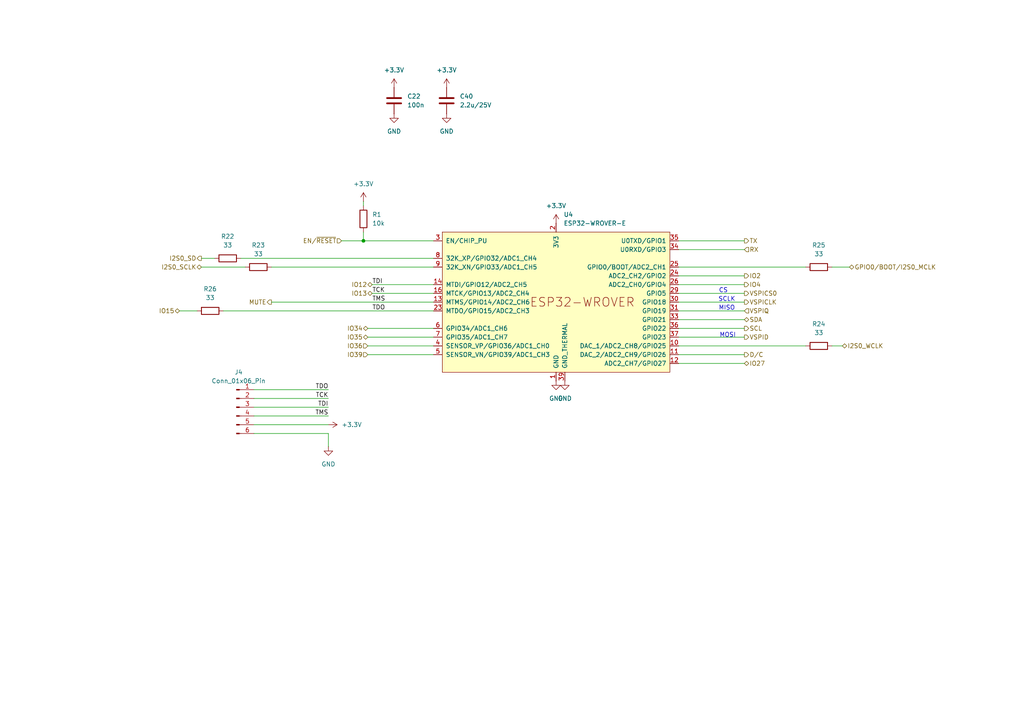
<source format=kicad_sch>
(kicad_sch (version 20231120) (generator "eeschema") (generator_version "8.0")
  (paper "A4")
  (lib_symbols
    (symbol "Connector:Conn_01x06_Pin" (pin_names (offset 1.016) hide)
      (property "Reference" "J" (at 0 7.62 0))
      (property "Value" "Conn_01x06_Pin" (at 0 -10.16 0))
      (symbol "Conn_01x06_Pin_1_1"
        (polyline (pts (xy 1.27 -7.62) (xy 0.8636 -7.62)) (stroke (width 0.1524)))
        (polyline (pts (xy 1.27 -5.08) (xy 0.8636 -5.08)) (stroke (width 0.1524)))
        (polyline (pts (xy 1.27 -2.54) (xy 0.8636 -2.54)) (stroke (width 0.1524)))
        (polyline (pts (xy 1.27 0) (xy 0.8636 0)) (stroke (width 0.1524)))
        (polyline (pts (xy 1.27 2.54) (xy 0.8636 2.54)) (stroke (width 0.1524)))
        (polyline (pts (xy 1.27 5.08) (xy 0.8636 5.08)) (stroke (width 0.1524)))
        (rectangle (start 0.8636 -7.493) (end 0 -7.747) (stroke (width 0.1524)) (fill (type outline)))
        (rectangle (start 0.8636 -4.953) (end 0 -5.207) (stroke (width 0.1524)) (fill (type outline)))
        (rectangle (start 0.8636 -2.413) (end 0 -2.667) (stroke (width 0.1524)) (fill (type outline)))
        (rectangle (start 0.8636 0.127) (end 0 -0.127) (stroke (width 0.1524)) (fill (type outline)))
        (rectangle (start 0.8636 2.667) (end 0 2.413) (stroke (width 0.1524)) (fill (type outline)))
        (rectangle (start 0.8636 5.207) (end 0 4.953) (stroke (width 0.1524)) (fill (type outline)))
        (pin passive line (at 5.08 5.08 180) (length 3.81) (name "Pin_1") (number "1"))
        (pin passive line (at 5.08 2.54 180) (length 3.81) (name "Pin_2") (number "2"))
        (pin passive line (at 5.08 0 180) (length 3.81) (name "Pin_3") (number "3"))
        (pin passive line (at 5.08 -2.54 180) (length 3.81) (name "Pin_4") (number "4"))
        (pin passive line (at 5.08 -5.08 180) (length 3.81) (name "Pin_5") (number "5"))
        (pin passive line (at 5.08 -7.62 180) (length 3.81) (name "Pin_6") (number "6"))
      )
    )
    (symbol "Device:C" (pin_numbers hide) (pin_names (offset 0.254))
      (property "Reference" "C" (at 0.635 2.54 0))
      (property "Value" "C" (at 0.635 -2.54 0))
      (symbol "C_0_1"
        (polyline (pts (xy -2.032 -0.762) (xy 2.032 -0.762)) (stroke (width 0.508)))
        (polyline (pts (xy -2.032 0.762) (xy 2.032 0.762)) (stroke (width 0.508)))
      )
      (symbol "C_1_1"
        (pin passive line (at 0 3.81 270) (length 2.794) (name "~") (number "1"))
        (pin passive line (at 0 -3.81 90) (length 2.794) (name "~") (number "2"))
      )
    )
    (symbol "Device:R" (pin_numbers hide) (pin_names (offset 0))
      (property "Reference" "R" (at 2.032 0 90))
      (property "Value" "R" (at 0 0 90))
      (symbol "R_0_1"
        (rectangle (start -1.016 -2.54) (end 1.016 2.54) (stroke (width 0.254)))
      )
      (symbol "R_1_1"
        (pin passive line (at 0 3.81 270) (length 1.27) (name "~") (number "1"))
        (pin passive line (at 0 -3.81 90) (length 1.27) (name "~") (number "2"))
      )
    )
    (symbol "esp32:ESP32-WROVER-E" (pin_names (offset 1.016))
      (property "Reference" "U" (at -30.48 25.4 0))
      (property "Value" "ESP32-WROVER-E" (at -30.48 22.86 0))
      (symbol "ESP32-WROVER-E_0_1"
        (rectangle (start -33.02 20.32) (end 33.02 -20.32) (fill (type background)))
      )
      (symbol "ESP32-WROVER-E_1_1"
        (text "ESP32-­WROVER" (at 7.62 0 0) (effects (font (size 2.54 2.54))))
        (pin power_in line (at 0 -22.86 90) (length 2.54) (name "GND") (number "1"))
        (pin bidirectional line (at 35.56 -12.7 180) (length 2.54) (name "DAC_1/ADC2_CH8/GPIO25") (number "10"))
        (pin bidirectional line (at 35.56 -15.24 180) (length 2.54) (name "DAC_2/ADC2_CH9/GPIO26") (number "11"))
        (pin bidirectional line (at 35.56 -17.78 180) (length 2.54) (name "ADC2_CH7/GPIO27") (number "12"))
        (pin bidirectional line (at -35.56 0 0) (length 2.54) (name "MTMS/GPIO14/ADC2_CH6") (number "13"))
        (pin bidirectional line (at -35.56 5.08 0) (length 2.54) (name "MTDI/GPIO12/ADC2_CH5") (number "14"))
        (pin passive line (at 0 -22.86 90) (length 2.54) hide (name "GND") (number "15"))
        (pin bidirectional line (at -35.56 2.54 0) (length 2.54) (name "MTCK/GPIO13/ADC2_CH4") (number "16"))
        (pin power_in line (at 0 22.86 270) (length 2.54) (name "3V3") (number "2"))
        (pin bidirectional line (at -35.56 -2.54 0) (length 2.54) (name "MTDO/GPIO15/ADC2_CH3") (number "23"))
        (pin bidirectional line (at 35.56 7.62 180) (length 2.54) (name "ADC2_CH2/GPIO2") (number "24"))
        (pin bidirectional line (at 35.56 10.16 180) (length 2.54) (name "GPIO0/BOOT/ADC2_CH1") (number "25"))
        (pin bidirectional line (at 35.56 5.08 180) (length 2.54) (name "ADC2_CH0/GPIO4") (number "26"))
        (pin bidirectional line (at 35.56 2.54 180) (length 2.54) (name "GPIO5") (number "29"))
        (pin input line (at -35.56 17.78 0) (length 2.54) (name "EN/CHIP_PU") (number "3"))
        (pin bidirectional line (at 35.56 0 180) (length 2.54) (name "GPIO18") (number "30"))
        (pin bidirectional line (at 35.56 -2.54 180) (length 2.54) (name "GPIO19") (number "31"))
        (pin bidirectional line (at 35.56 -5.08 180) (length 2.54) (name "GPIO21") (number "33"))
        (pin bidirectional line (at 35.56 15.24 180) (length 2.54) (name "U0RXD/GPIO3") (number "34"))
        (pin bidirectional line (at 35.56 17.78 180) (length 2.54) (name "U0TXD/GPIO1") (number "35"))
        (pin bidirectional line (at 35.56 -7.62 180) (length 2.54) (name "GPIO22") (number "36"))
        (pin bidirectional line (at 35.56 -10.16 180) (length 2.54) (name "GPIO23") (number "37"))
        (pin passive line (at 0 -22.86 90) (length 2.54) hide (name "GND") (number "38"))
        (pin power_in line (at 2.54 -22.86 90) (length 2.54) (name "GND_THERMAL") (number "39"))
        (pin input line (at -35.56 -12.7 0) (length 2.54) (name "SENSOR_VP/GPIO36/ADC1_CH0") (number "4"))
        (pin input line (at -35.56 -15.24 0) (length 2.54) (name "SENSOR_VN/GPIO39/ADC1_CH3") (number "5"))
        (pin input line (at -35.56 -7.62 0) (length 2.54) (name "GPIO34/ADC1_CH6") (number "6"))
        (pin input line (at -35.56 -10.16 0) (length 2.54) (name "GPIO35/ADC1_CH7") (number "7"))
        (pin bidirectional line (at -35.56 12.7 0) (length 2.54) (name "32K_XP/GPIO32/ADC1_CH4") (number "8"))
        (pin bidirectional line (at -35.56 10.16 0) (length 2.54) (name "32K_XN/GPIO33/ADC1_CH5") (number "9"))
      )
    )
    (symbol "power:+3.3V" (power) (pin_numbers hide) (pin_names (offset 0) hide)
      (property "Value" "+3.3V" (at 0 3.556 0))
      (symbol "+3.3V_0_1"
        (polyline (pts (xy -0.762 1.27) (xy 0 2.54)))
        (polyline (pts (xy 0 0) (xy 0 2.54)))
        (polyline (pts (xy 0 2.54) (xy 0.762 1.27)))
      )
      (symbol "+3.3V_1_1"
        (pin power_in line (at 0 0 90) (length 0) (name "~") (number "1"))
      )
    )
    (symbol "power:GND" (power) (pin_numbers hide) (pin_names (offset 0) hide)
      (property "Value" "GND" (at 0 -3.81 0))
      (symbol "GND_0_1"
        (polyline (pts (xy 0 0) (xy 0 -1.27) (xy 1.27 -1.27) (xy 0 -2.54) (xy -1.27 -1.27) (xy 0 -1.27)))
      )
      (symbol "GND_1_1"
        (pin power_in line (at 0 0 270) (length 0) (name "~") (number "1"))
      )
    )
  )
  (junction (at 105.41 69.85))
  (wire (pts (xy 106.68 95.25) (xy 125.73 95.25)))
  (wire (pts (xy 196.85 72.39) (xy 215.9 72.39)))
  (wire (pts (xy 244.3243 100.33) (xy 241.3 100.33)))
  (wire (pts (xy 196.85 90.17) (xy 215.9 90.17)))
  (wire (pts (xy 196.85 69.85) (xy 215.9 69.85)))
  (wire (pts (xy 58.42 77.47) (xy 71.12 77.47)))
  (wire (pts (xy 196.85 95.25) (xy 215.9 95.25)))
  (wire (pts (xy 105.41 69.85) (xy 125.73 69.85)))
  (wire (pts (xy 106.68 100.33) (xy 125.73 100.33)))
  (wire (pts (xy 99.06 69.85) (xy 105.41 69.85)))
  (wire (pts (xy 73.66 125.73) (xy 95.25 125.73)))
  (wire (pts (xy 105.41 58.42) (xy 105.41 59.69)))
  (wire (pts (xy 73.66 115.57) (xy 95.25 115.57)))
  (wire (pts (xy 73.66 120.65) (xy 95.25 120.65)))
  (wire (pts (xy 95.25 125.73) (xy 95.25 129.54)))
  (wire (pts (xy 73.66 113.03) (xy 95.25 113.03)))
  (wire (pts (xy 52.07 90.17) (xy 57.15 90.17)))
  (wire (pts (xy 107.95 82.55) (xy 125.73 82.55)))
  (wire (pts (xy 215.9 102.87) (xy 196.85 102.87)))
  (wire (pts (xy 233.68 77.47) (xy 196.85 77.47)))
  (wire (pts (xy 233.68 100.33) (xy 196.85 100.33)))
  (wire (pts (xy 106.68 102.87) (xy 125.73 102.87)))
  (wire (pts (xy 64.77 90.17) (xy 125.73 90.17)))
  (wire (pts (xy 215.9 87.63) (xy 196.85 87.63)))
  (wire (pts (xy 78.74 77.47) (xy 125.73 77.47)))
  (wire (pts (xy 78.74 87.63) (xy 125.73 87.63)))
  (wire (pts (xy 105.41 67.31) (xy 105.41 69.85)))
  (wire (pts (xy 215.9 80.01) (xy 196.85 80.01)))
  (wire (pts (xy 106.68 97.79) (xy 125.73 97.79)))
  (wire (pts (xy 246.38 77.47) (xy 241.3 77.47)))
  (wire (pts (xy 215.9 85.09) (xy 196.85 85.09)))
  (wire (pts (xy 196.85 92.71) (xy 215.9 92.71)))
  (wire (pts (xy 73.66 118.11) (xy 95.25 118.11)))
  (wire (pts (xy 215.9 105.41) (xy 196.85 105.41)))
  (wire (pts (xy 69.85 74.93) (xy 125.73 74.93)))
  (wire (pts (xy 215.9 97.79) (xy 196.85 97.79)))
  (wire (pts (xy 73.66 123.19) (xy 95.25 123.19)))
  (wire (pts (xy 107.95 85.09) (xy 125.73 85.09)))
  (wire (pts (xy 215.9 82.55) (xy 196.85 82.55)))
  (wire (pts (xy 58.42 74.93) (xy 62.23 74.93)))
  (text "MOSI" (at 211.074 97.282 0) (effects (font (size 1.27 1.27))))
  (text "SCLK" (at 210.82 86.868 0) (effects (font (size 1.27 1.27))))
  (text "CS" (at 209.804 84.328 0) (effects (font (size 1.27 1.27))))
  (text "MISO" (at 210.82 89.408 0) (effects (font (size 1.27 1.27))))
  (label "TDI" (at 95.25 118.11 180))
  (label "TDO" (at 95.25 113.03 180))
  (label "TCK" (at 107.95 85.09 0))
  (label "TMS" (at 95.25 120.65 180))
  (label "TDI" (at 107.95 82.55 0))
  (label "TDO" (at 107.95 90.17 0))
  (label "TCK" (at 95.25 115.57 180))
  (label "TMS" (at 111.76 87.63 180))
  (hierarchical_label "SCL" (shape output) (at 215.9 95.25 0))
  (hierarchical_label "IO27" (shape tri_state) (at 215.9 105.41 0))
  (hierarchical_label "IO2" (shape output) (at 215.9 80.01 0))
  (hierarchical_label "IO35" (shape tri_state) (at 106.68 97.79 180))
  (hierarchical_label "I2S0_SD" (shape output) (at 58.42 74.93 180))
  (hierarchical_label "SDA" (shape bidirectional) (at 215.9 92.71 0))
  (hierarchical_label "VSPIQ" (shape input) (at 215.9 90.17 0))
  (hierarchical_label "I2S0_WCLK" (shape bidirectional) (at 244.3243 100.33 0))
  (hierarchical_label "VSPICS0" (shape output) (at 215.9 85.09 0))
  (hierarchical_label "IO13" (shape bidirectional) (at 107.95 85.09 180))
  (hierarchical_label "TX" (shape output) (at 215.9 69.85 0))
  (hierarchical_label "D{slash}C" (shape output) (at 215.9 102.87 0))
  (hierarchical_label "IO4" (shape output) (at 215.9 82.55 0))
  (hierarchical_label "IO39" (shape input) (at 106.68 102.87 180))
  (hierarchical_label "IO15" (shape tri_state) (at 52.07 90.17 180))
  (hierarchical_label "VSPICLK" (shape output) (at 215.9 87.63 0))
  (hierarchical_label "GPIO0{slash}BOOT{slash}I2S0_MCLK" (shape bidirectional) (at 246.38 77.47 0))
  (hierarchical_label "IO12" (shape bidirectional) (at 107.95 82.55 180))
  (hierarchical_label "IO34" (shape tri_state) (at 106.68 95.25 180))
  (hierarchical_label "IO36" (shape input) (at 106.68 100.33 180))
  (hierarchical_label "EN{slash}~{RESET}" (shape input) (at 99.06 69.85 180))
  (hierarchical_label "RX" (shape input) (at 215.9 72.39 0))
  (hierarchical_label "I2S0_SCLK" (shape bidirectional) (at 58.42 77.47 180))
  (hierarchical_label "VSPID" (shape output) (at 215.9 97.79 0))
  (hierarchical_label "MUTE" (shape output) (at 78.74 87.63 180))
  (symbol (lib_id "power:GND") (at 114.3 33.02 0) (unit 1)
    (property "Reference" "#PWR062" (effects (hide yes)))
    (property "Value" "GND" (at 114.3 38.1 0))
    (property "Description" "Power symbol creates a global label with name \"GND\" , ground" (effects (hide yes)))
  )
  (symbol (lib_id "power:GND") (at 163.83 110.49 0) (unit 1)
    (property "Reference" "#PWR012" (effects (hide yes)))
    (property "Value" "GND" (at 163.83 115.57 0))
    (property "Description" "Power symbol creates a global label with name \"GND\" , ground" (effects (hide yes)))
  )
  (symbol (lib_id "Device:R") (at 74.93 77.47 90) (unit 1)
    (property "Reference" "R23" (at 74.93 71.12 90))
    (property "Value" "33" (at 74.93 73.66 90))
    (property "Footprint" "Resistor_SMD:R_0402_1005Metric" (effects (hide yes)))
    (property "Description" "Resistor" (effects (hide yes)))
  )
  (symbol (lib_id "Device:R") (at 60.96 90.17 90) (unit 1)
    (property "Reference" "R26" (at 60.96 83.82 90))
    (property "Value" "33" (at 60.96 86.36 90))
    (property "Footprint" "Resistor_SMD:R_0402_1005Metric" (effects (hide yes)))
    (property "Description" "Resistor" (effects (hide yes)))
  )
  (symbol (lib_id "power:GND") (at 129.54 33.02 0) (unit 1)
    (property "Reference" "#PWR064" (effects (hide yes)))
    (property "Value" "GND" (at 129.54 38.1 0))
    (property "Description" "Power symbol creates a global label with name \"GND\" , ground" (effects (hide yes)))
  )
  (symbol (lib_id "power:GND") (at 95.25 129.54 0) (unit 1)
    (property "Reference" "#PWR08" (effects (hide yes)))
    (property "Value" "GND" (at 95.25 134.62 0))
    (property "Description" "Power symbol creates a global label with name \"GND\" , ground" (effects (hide yes)))
  )
  (symbol (lib_id "Device:R") (at 105.41 63.5 0) (unit 1)
    (property "Reference" "R1" (at 107.95 62.2299 0) (effects (justify left)))
    (property "Value" "10k" (at 107.95 64.7699 0) (effects (justify left)))
    (property "Footprint" "Resistor_SMD:R_0603_1608Metric" (effects (hide yes)))
    (property "Description" "Resistor" (effects (hide yes)))
  )
  (symbol (lib_id "power:+3.3V") (at 105.41 58.42 0) (unit 1)
    (property "Reference" "#PWR010" (effects (hide yes)))
    (property "Value" "+3.3V" (at 105.41 53.34 0))
    (property "Description" "Power symbol creates a global label with name \"+3.3V\"" (effects (hide yes)))
  )
  (symbol (lib_id "Connector:Conn_01x06_Pin") (at 68.58 118.11 0) (unit 1)
    (property "Reference" "J4" (at 69.215 107.95 0))
    (property "Value" "Conn_01x06_Pin" (at 69.215 110.49 0))
    (property "Footprint" "Connector_PinHeader_2.54mm:PinHeader_1x06_P2.54mm_Vertical" (effects (hide yes)))
    (property "Description" "Generic connector, single row, 01x06, script generated" (effects (hide yes)))
  )
  (symbol (lib_id "esp32:ESP32-WROVER-E") (at 161.29 87.63 0) (unit 1)
    (property "Reference" "U4" (at 163.4841 62.23 0) (effects (justify left)))
    (property "Value" "ESP32-WROVER-E" (at 163.4841 64.77 0) (effects (justify left)))
    (property "Footprint" "esp32:ESP32-WROVER-E_ThermalVias" (effects (hide yes)))
    (property "Datasheet" "https://www.espressif.com/sites/default/files/documentation/esp32-wrover-e_esp32-wrover-ie_datasheet_en.pdf" (effects (hide yes)))
    (property "Description" "ESP32-WROVER-E and ESP32-WROVER-IE are two powerful, generic WiFi-BT-BLE MCU modules that target a wide variety of applications, ranging from low-power sensor networks to the most demanding tasks, such as voice encoding, music streaming and MP3 decoding. ESP32-WROVER-E comes with a PCB antenna, and ESP32-WROVER-IE with an IPEX antenna. They both featurea 4 MB external SPI flash and an additional 8 MB SPI Pseudo static RAM (PSRAM)." (effects (hide yes)))
  )
  (symbol (lib_id "power:GND") (at 161.29 110.49 0) (unit 1)
    (property "Reference" "#PWR014" (effects (hide yes)))
    (property "Value" "GND" (at 161.29 115.57 0))
    (property "Description" "Power symbol creates a global label with name \"GND\" , ground" (effects (hide yes)))
  )
  (symbol (lib_id "power:+3.3V") (at 95.25 123.19 270) (unit 1)
    (property "Reference" "#PWR065" (effects (hide yes)))
    (property "Value" "+3.3V" (at 99.06 123.1899 90) (effects (justify left)))
    (property "Description" "Power symbol creates a global label with name \"+3.3V\"" (effects (hide yes)))
  )
  (symbol (lib_id "Device:R") (at 237.49 100.33 90) (unit 1)
    (property "Reference" "R24" (at 237.49 93.98 90))
    (property "Value" "33" (at 237.49 96.52 90))
    (property "Footprint" "Resistor_SMD:R_0402_1005Metric" (effects (hide yes)))
    (property "Description" "Resistor" (effects (hide yes)))
  )
  (symbol (lib_id "Device:C") (at 114.3 29.21 0) (unit 1)
    (property "Reference" "C22" (at 118.11 27.9399 0) (effects (justify left)))
    (property "Value" "100n" (at 118.11 30.4799 0) (effects (justify left)))
    (property "Footprint" "Capacitor_SMD:C_0603_1608Metric" (effects (hide yes)))
    (property "Description" "Unpolarized capacitor" (effects (hide yes)))
  )
  (symbol (lib_id "power:+3.3V") (at 129.54 25.4 0) (unit 1)
    (property "Reference" "#PWR063" (effects (hide yes)))
    (property "Value" "+3.3V" (at 129.54 20.32 0))
    (property "Description" "Power symbol creates a global label with name \"+3.3V\"" (effects (hide yes)))
  )
  (symbol (lib_id "Device:R") (at 237.49 77.47 90) (unit 1)
    (property "Reference" "R25" (at 237.49 71.12 90))
    (property "Value" "33" (at 237.49 73.66 90))
    (property "Footprint" "Resistor_SMD:R_0402_1005Metric" (effects (hide yes)))
    (property "Description" "Resistor" (effects (hide yes)))
  )
  (symbol (lib_id "power:+3.3V") (at 114.3 25.4 0) (unit 1)
    (property "Reference" "#PWR061" (effects (hide yes)))
    (property "Value" "+3.3V" (at 114.3 20.32 0))
    (property "Description" "Power symbol creates a global label with name \"+3.3V\"" (effects (hide yes)))
  )
  (symbol (lib_id "Device:R") (at 66.04 74.93 90) (unit 1)
    (property "Reference" "R22" (at 66.04 68.58 90))
    (property "Value" "33" (at 66.04 71.12 90))
    (property "Footprint" "Resistor_SMD:R_0402_1005Metric" (effects (hide yes)))
    (property "Description" "Resistor" (effects (hide yes)))
  )
  (symbol (lib_id "Device:C") (at 129.54 29.21 0) (unit 1)
    (property "Reference" "C40" (at 133.35 27.9399 0) (effects (justify left)))
    (property "Value" "2.2u/25V" (at 133.35 30.4799 0) (effects (justify left)))
    (property "Footprint" "Capacitor_SMD:C_0805_2012Metric" (effects (hide yes)))
    (property "Description" "Unpolarized capacitor" (effects (hide yes)))
  )
  (symbol (lib_id "power:+3.3V") (at 161.29 64.77 0) (unit 1)
    (property "Reference" "#PWR072" (effects (hide yes)))
    (property "Value" "+3.3V" (at 161.29 59.69 0))
    (property "Description" "Power symbol creates a global label with name \"+3.3V\"" (effects (hide yes)))
  )
)
</source>
